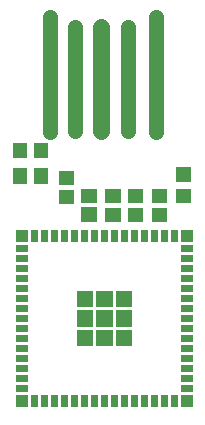
<source format=gts>
G04 Layer: TopSolderMaskLayer*
G04 EasyEDA v6.4.7, 2020-11-27T10:47:25--5:00*
G04 dd7cd5e760c64df4b839af09766a4cc3,8c855a101c40496d9864c429bd497241,10*
G04 Gerber Generator version 0.2*
G04 Scale: 100 percent, Rotated: No, Reflected: No *
G04 Dimensions in inches *
G04 leading zeros omitted , absolute positions ,2 integer and 4 decimal *
%FSLAX24Y24*%
%MOIN*%
G90*
D02*

%ADD13C,0.051240*%
%ADD24C,0.055240*%

%LPD*%
G54D13*
G01X5043Y13350D02*
G01X5043Y9531D01*
G01X4102Y13020D02*
G01X4102Y9555D01*
G54D24*
G01X3200Y13020D02*
G01X3200Y9555D01*
G54D13*
G01X1500Y13350D02*
G01X1500Y9531D01*
G01X2339Y13020D02*
G01X2339Y9555D01*
G01X2339Y13020D02*
G01X2339Y9555D01*
G36*
G01X4092Y7142D02*
G01X4092Y7617D01*
G01X4606Y7617D01*
G01X4606Y7142D01*
G01X4092Y7142D01*
G37*
G36*
G01X4092Y6513D02*
G01X4092Y6986D01*
G01X4606Y6986D01*
G01X4606Y6513D01*
G01X4092Y6513D01*
G37*
G36*
G01X3342Y7142D02*
G01X3342Y7617D01*
G01X3857Y7617D01*
G01X3857Y7142D01*
G01X3342Y7142D01*
G37*
G36*
G01X3342Y6513D02*
G01X3342Y6986D01*
G01X3857Y6986D01*
G01X3857Y6513D01*
G01X3342Y6513D01*
G37*
G36*
G01X963Y7792D02*
G01X963Y8307D01*
G01X1436Y8307D01*
G01X1436Y7792D01*
G01X963Y7792D01*
G37*
G36*
G01X253Y7792D02*
G01X253Y8307D01*
G01X728Y8307D01*
G01X728Y7792D01*
G01X253Y7792D01*
G37*
G36*
G01X5693Y7871D02*
G01X5693Y8346D01*
G01X6206Y8346D01*
G01X6206Y7871D01*
G01X5693Y7871D01*
G37*
G36*
G01X5693Y7163D02*
G01X5693Y7636D01*
G01X6206Y7636D01*
G01X6206Y7163D01*
G01X5693Y7163D01*
G37*
G36*
G01X263Y8642D02*
G01X263Y9157D01*
G01X736Y9157D01*
G01X736Y8642D01*
G01X263Y8642D01*
G37*
G36*
G01X971Y8642D02*
G01X971Y9157D01*
G01X1446Y9157D01*
G01X1446Y8642D01*
G01X971Y8642D01*
G37*
G36*
G01X1792Y7742D02*
G01X1792Y8217D01*
G01X2307Y8217D01*
G01X2307Y7742D01*
G01X1792Y7742D01*
G37*
G36*
G01X1792Y7113D02*
G01X1792Y7586D01*
G01X2307Y7586D01*
G01X2307Y7113D01*
G01X1792Y7113D01*
G37*
G36*
G01X2542Y7163D02*
G01X2542Y7636D01*
G01X3057Y7636D01*
G01X3057Y7163D01*
G01X2542Y7163D01*
G37*
G36*
G01X2542Y6532D02*
G01X2542Y7007D01*
G01X3057Y7007D01*
G01X3057Y6532D01*
G01X2542Y6532D01*
G37*
G36*
G01X5873Y844D02*
G01X5873Y1082D01*
G01X6268Y1082D01*
G01X6268Y844D01*
G01X5873Y844D01*
G37*
G36*
G01X5873Y1178D02*
G01X5873Y1417D01*
G01X6268Y1417D01*
G01X6268Y1178D01*
G01X5873Y1178D01*
G37*
G36*
G01X5873Y1513D02*
G01X5873Y1751D01*
G01X6268Y1751D01*
G01X6268Y1513D01*
G01X5873Y1513D01*
G37*
G36*
G01X5873Y1848D02*
G01X5873Y2086D01*
G01X6268Y2086D01*
G01X6268Y1848D01*
G01X5873Y1848D01*
G37*
G36*
G01X5873Y2182D02*
G01X5873Y2421D01*
G01X6268Y2421D01*
G01X6268Y2182D01*
G01X5873Y2182D01*
G37*
G36*
G01X5873Y2517D02*
G01X5873Y2755D01*
G01X6268Y2755D01*
G01X6268Y2517D01*
G01X5873Y2517D01*
G37*
G36*
G01X5873Y2853D02*
G01X5873Y3090D01*
G01X6268Y3090D01*
G01X6268Y2853D01*
G01X5873Y2853D01*
G37*
G36*
G01X5873Y3186D02*
G01X5873Y3425D01*
G01X6268Y3425D01*
G01X6268Y3186D01*
G01X5873Y3186D01*
G37*
G36*
G01X5873Y3521D02*
G01X5873Y3759D01*
G01X6268Y3759D01*
G01X6268Y3521D01*
G01X5873Y3521D01*
G37*
G36*
G01X5873Y3855D02*
G01X5873Y4094D01*
G01X6268Y4094D01*
G01X6268Y3855D01*
G01X5873Y3855D01*
G37*
G36*
G01X5873Y4190D02*
G01X5873Y4428D01*
G01X6268Y4428D01*
G01X6268Y4190D01*
G01X5873Y4190D01*
G37*
G36*
G01X5873Y4526D02*
G01X5873Y4763D01*
G01X6268Y4763D01*
G01X6268Y4526D01*
G01X5873Y4526D01*
G37*
G36*
G01X5873Y4859D02*
G01X5873Y5098D01*
G01X6268Y5098D01*
G01X6268Y4859D01*
G01X5873Y4859D01*
G37*
G36*
G01X5873Y5194D02*
G01X5873Y5432D01*
G01X6268Y5432D01*
G01X6268Y5194D01*
G01X5873Y5194D01*
G37*
G36*
G01X5873Y5530D02*
G01X5873Y5767D01*
G01X6268Y5767D01*
G01X6268Y5530D01*
G01X5873Y5530D01*
G37*
G36*
G01X5539Y5863D02*
G01X5539Y6259D01*
G01X5777Y6259D01*
G01X5777Y5863D01*
G01X5539Y5863D01*
G37*
G36*
G01X5205Y5863D02*
G01X5205Y6259D01*
G01X5442Y6259D01*
G01X5442Y5863D01*
G01X5205Y5863D01*
G37*
G36*
G01X4869Y5863D02*
G01X4869Y6259D01*
G01X5106Y6259D01*
G01X5106Y5863D01*
G01X4869Y5863D01*
G37*
G36*
G01X4535Y5863D02*
G01X4535Y6259D01*
G01X4772Y6259D01*
G01X4772Y5863D01*
G01X4535Y5863D01*
G37*
G36*
G01X4201Y5863D02*
G01X4201Y6259D01*
G01X4438Y6259D01*
G01X4438Y5863D01*
G01X4201Y5863D01*
G37*
G36*
G01X3865Y5863D02*
G01X3865Y6259D01*
G01X4103Y6259D01*
G01X4103Y5863D01*
G01X3865Y5863D01*
G37*
G36*
G01X3530Y5863D02*
G01X3530Y6259D01*
G01X3769Y6259D01*
G01X3769Y5863D01*
G01X3530Y5863D01*
G37*
G36*
G01X3196Y5863D02*
G01X3196Y6259D01*
G01X3434Y6259D01*
G01X3434Y5863D01*
G01X3196Y5863D01*
G37*
G36*
G01X2861Y5863D02*
G01X2861Y6259D01*
G01X3100Y6259D01*
G01X3100Y5863D01*
G01X2861Y5863D01*
G37*
G36*
G01X2526Y5863D02*
G01X2526Y6259D01*
G01X2765Y6259D01*
G01X2765Y5863D01*
G01X2526Y5863D01*
G37*
G36*
G01X2192Y5863D02*
G01X2192Y6259D01*
G01X2430Y6259D01*
G01X2430Y5863D01*
G01X2192Y5863D01*
G37*
G36*
G01X1857Y5863D02*
G01X1857Y6259D01*
G01X2096Y6259D01*
G01X2096Y5863D01*
G01X1857Y5863D01*
G37*
G36*
G01X1523Y5863D02*
G01X1523Y6259D01*
G01X1761Y6259D01*
G01X1761Y5863D01*
G01X1523Y5863D01*
G37*
G36*
G01X1188Y5863D02*
G01X1188Y6259D01*
G01X1426Y6259D01*
G01X1426Y5863D01*
G01X1188Y5863D01*
G37*
G36*
G01X853Y5863D02*
G01X853Y6259D01*
G01X1092Y6259D01*
G01X1092Y5863D01*
G01X853Y5863D01*
G37*
G36*
G01X361Y5530D02*
G01X361Y5767D01*
G01X757Y5767D01*
G01X757Y5530D01*
G01X361Y5530D01*
G37*
G36*
G01X361Y5194D02*
G01X361Y5432D01*
G01X757Y5432D01*
G01X757Y5194D01*
G01X361Y5194D01*
G37*
G36*
G01X361Y4859D02*
G01X361Y5098D01*
G01X757Y5098D01*
G01X757Y4859D01*
G01X361Y4859D01*
G37*
G36*
G01X361Y4526D02*
G01X361Y4763D01*
G01X757Y4763D01*
G01X757Y4526D01*
G01X361Y4526D01*
G37*
G36*
G01X361Y4190D02*
G01X361Y4428D01*
G01X757Y4428D01*
G01X757Y4190D01*
G01X361Y4190D01*
G37*
G36*
G01X361Y3855D02*
G01X361Y4094D01*
G01X757Y4094D01*
G01X757Y3855D01*
G01X361Y3855D01*
G37*
G36*
G01X361Y3521D02*
G01X361Y3759D01*
G01X757Y3759D01*
G01X757Y3521D01*
G01X361Y3521D01*
G37*
G36*
G01X361Y3186D02*
G01X361Y3425D01*
G01X757Y3425D01*
G01X757Y3186D01*
G01X361Y3186D01*
G37*
G36*
G01X361Y2853D02*
G01X361Y3090D01*
G01X757Y3090D01*
G01X757Y2853D01*
G01X361Y2853D01*
G37*
G36*
G01X361Y2517D02*
G01X361Y2755D01*
G01X757Y2755D01*
G01X757Y2517D01*
G01X361Y2517D01*
G37*
G36*
G01X361Y2182D02*
G01X361Y2421D01*
G01X757Y2421D01*
G01X757Y2182D01*
G01X361Y2182D01*
G37*
G36*
G01X361Y1848D02*
G01X361Y2086D01*
G01X757Y2086D01*
G01X757Y1848D01*
G01X361Y1848D01*
G37*
G36*
G01X361Y1513D02*
G01X361Y1751D01*
G01X757Y1751D01*
G01X757Y1513D01*
G01X361Y1513D01*
G37*
G36*
G01X361Y1178D02*
G01X361Y1417D01*
G01X757Y1417D01*
G01X757Y1178D01*
G01X361Y1178D01*
G37*
G36*
G01X361Y844D02*
G01X361Y1082D01*
G01X757Y1082D01*
G01X757Y844D01*
G01X361Y844D01*
G37*
G36*
G01X853Y351D02*
G01X853Y746D01*
G01X1092Y746D01*
G01X1092Y351D01*
G01X853Y351D01*
G37*
G36*
G01X1188Y351D02*
G01X1188Y746D01*
G01X1426Y746D01*
G01X1426Y351D01*
G01X1188Y351D01*
G37*
G36*
G01X1523Y351D02*
G01X1523Y746D01*
G01X1761Y746D01*
G01X1761Y351D01*
G01X1523Y351D01*
G37*
G36*
G01X1857Y351D02*
G01X1857Y746D01*
G01X2096Y746D01*
G01X2096Y351D01*
G01X1857Y351D01*
G37*
G36*
G01X2192Y351D02*
G01X2192Y746D01*
G01X2430Y746D01*
G01X2430Y351D01*
G01X2192Y351D01*
G37*
G36*
G01X2526Y351D02*
G01X2526Y746D01*
G01X2765Y746D01*
G01X2765Y351D01*
G01X2526Y351D01*
G37*
G36*
G01X2861Y351D02*
G01X2861Y746D01*
G01X3100Y746D01*
G01X3100Y351D01*
G01X2861Y351D01*
G37*
G36*
G01X3196Y351D02*
G01X3196Y746D01*
G01X3434Y746D01*
G01X3434Y351D01*
G01X3196Y351D01*
G37*
G36*
G01X3530Y351D02*
G01X3530Y746D01*
G01X3769Y746D01*
G01X3769Y351D01*
G01X3530Y351D01*
G37*
G36*
G01X3865Y351D02*
G01X3865Y746D01*
G01X4103Y746D01*
G01X4103Y351D01*
G01X3865Y351D01*
G37*
G36*
G01X4201Y351D02*
G01X4201Y746D01*
G01X4438Y746D01*
G01X4438Y351D01*
G01X4201Y351D01*
G37*
G36*
G01X4535Y351D02*
G01X4535Y746D01*
G01X4772Y746D01*
G01X4772Y351D01*
G01X4535Y351D01*
G37*
G36*
G01X4869Y351D02*
G01X4869Y746D01*
G01X5106Y746D01*
G01X5106Y351D01*
G01X4869Y351D01*
G37*
G36*
G01X5205Y351D02*
G01X5205Y746D01*
G01X5442Y746D01*
G01X5442Y351D01*
G01X5205Y351D01*
G37*
G36*
G01X5539Y351D02*
G01X5539Y746D01*
G01X5777Y746D01*
G01X5777Y351D01*
G01X5539Y351D01*
G37*
G36*
G01X3038Y3030D02*
G01X3038Y3582D01*
G01X3592Y3582D01*
G01X3592Y3030D01*
G01X3038Y3030D01*
G37*
G36*
G01X5873Y351D02*
G01X5873Y746D01*
G01X6268Y746D01*
G01X6268Y351D01*
G01X5873Y351D01*
G37*
G36*
G01X5873Y5863D02*
G01X5873Y6259D01*
G01X6268Y6259D01*
G01X6268Y5863D01*
G01X5873Y5863D01*
G37*
G36*
G01X361Y5863D02*
G01X361Y6259D01*
G01X757Y6259D01*
G01X757Y5863D01*
G01X361Y5863D01*
G37*
G36*
G01X361Y351D02*
G01X361Y746D01*
G01X757Y746D01*
G01X757Y351D01*
G01X361Y351D01*
G37*
G36*
G01X2390Y2380D02*
G01X2390Y2932D01*
G01X2942Y2932D01*
G01X2942Y2380D01*
G01X2390Y2380D01*
G37*
G36*
G01X3038Y2380D02*
G01X3038Y2932D01*
G01X3592Y2932D01*
G01X3592Y2380D01*
G01X3038Y2380D01*
G37*
G36*
G01X3688Y2380D02*
G01X3688Y2932D01*
G01X4240Y2932D01*
G01X4240Y2380D01*
G01X3688Y2380D01*
G37*
G36*
G01X2390Y3030D02*
G01X2390Y3582D01*
G01X2942Y3582D01*
G01X2942Y3030D01*
G01X2390Y3030D01*
G37*
G36*
G01X3688Y3030D02*
G01X3688Y3582D01*
G01X4240Y3582D01*
G01X4240Y3030D01*
G01X3688Y3030D01*
G37*
G36*
G01X2390Y3678D02*
G01X2390Y4232D01*
G01X2942Y4232D01*
G01X2942Y3678D01*
G01X2390Y3678D01*
G37*
G36*
G01X3038Y3678D02*
G01X3038Y4232D01*
G01X3592Y4232D01*
G01X3592Y3678D01*
G01X3038Y3678D01*
G37*
G36*
G01X3688Y3678D02*
G01X3688Y4232D01*
G01X4240Y4232D01*
G01X4240Y3678D01*
G01X3688Y3678D01*
G37*
G36*
G01X4893Y7142D02*
G01X4893Y7617D01*
G01X5406Y7617D01*
G01X5406Y7142D01*
G01X4893Y7142D01*
G37*
G36*
G01X4893Y6513D02*
G01X4893Y6986D01*
G01X5406Y6986D01*
G01X5406Y6513D01*
G01X4893Y6513D01*
G37*
M00*
M02*

</source>
